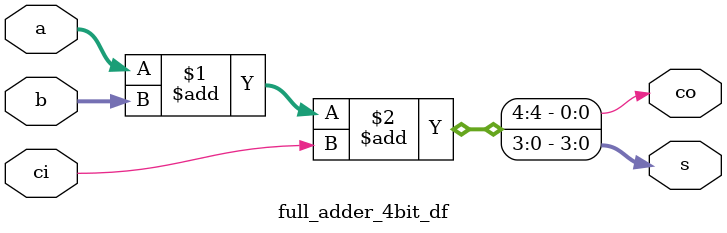
<source format=v>
/********************************************
    4 Bit Full ripple adder (Data flow)
********************************************/

module full_adder_4bit_df(
    s,co,a,b,ci
);

input [3:0]a,b;
input ci;
output [3:0]s;
output co;

assign {co,s} = a+b+ci;

endmodule
</source>
